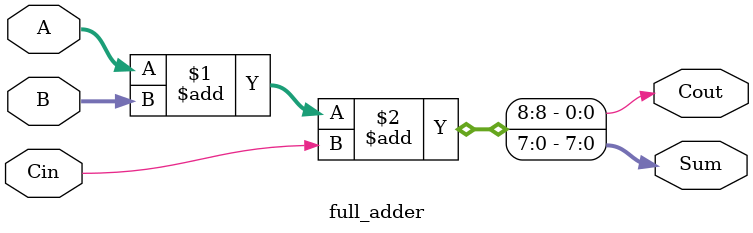
<source format=v>
module full_adder #(parameter WIDTH = 8)(
	input wire [WIDTH-1:0] A,
	input wire [WIDTH-1:0] B,
	input wire 	       Cin,
	output wire [WIDTH-1:0] Sum,
	output wire		Cout
);

	assign {Cout,Sum} = A + B + Cin;

endmodule

</source>
